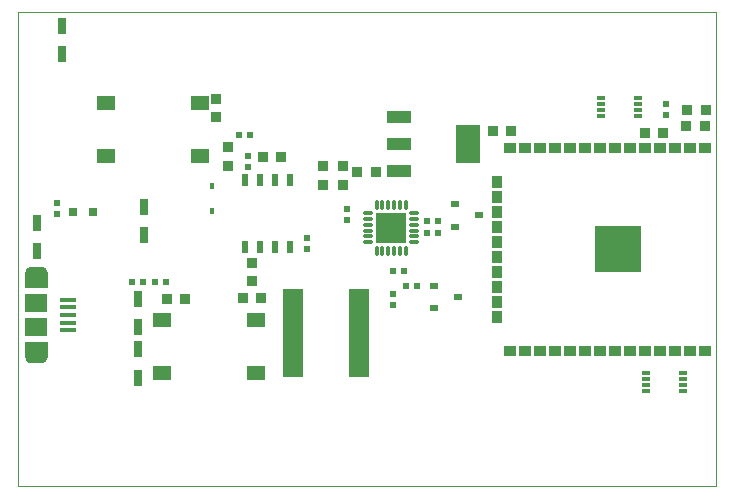
<source format=gtp>
G04*
G04 #@! TF.GenerationSoftware,Altium Limited,Altium Designer,18.1.6 (161)*
G04*
G04 Layer_Color=8421504*
%FSAX44Y44*%
%MOMM*%
G71*
G01*
G75*
%ADD11C,0.1000*%
%ADD17R,1.3500X0.4000*%
%ADD18R,1.9000X1.5000*%
%ADD19R,1.5500X1.3000*%
%ADD20R,1.0000X0.9500*%
%ADD21R,0.9500X1.0000*%
%ADD22R,4.0000X4.0000*%
%ADD23R,0.8000X0.3000*%
%ADD24R,2.5500X2.5500*%
%ADD25O,0.8500X0.3000*%
%ADD26O,0.3000X0.8500*%
%ADD27R,0.6500X1.3500*%
%ADD28R,0.5500X1.0000*%
%ADD29R,2.1500X3.2500*%
%ADD30R,2.1500X1.0000*%
%ADD31R,0.5500X0.5500*%
%ADD32R,0.5500X0.5500*%
%ADD33R,0.8000X0.6000*%
%ADD34R,1.8000X7.5000*%
%ADD35R,0.4500X0.5900*%
%ADD36R,0.8000X0.8000*%
%ADD37R,0.8500X0.8500*%
%ADD38R,0.8500X0.8500*%
%ADD39C,0.5000*%
G36*
X00025000Y00108385D02*
X00006000D01*
Y00121385D01*
X00025000D01*
Y00108385D01*
D02*
G37*
G36*
X00020000Y00103385D02*
X00011000Y00103385D01*
Y00108385D01*
X00020000D01*
Y00103385D01*
D02*
G37*
G36*
X00020000Y00180385D02*
X00011000D01*
Y00185385D01*
X00020000Y00185385D01*
Y00180385D01*
D02*
G37*
G36*
X00025000Y00167385D02*
X00006000D01*
Y00180385D01*
X00025000D01*
Y00167385D01*
D02*
G37*
D11*
X00000000Y00000000D02*
Y00400800D01*
X00590568D01*
X00590568Y00400800D01*
Y00000000D02*
Y00400800D01*
X00000000Y00000000D02*
X00590568D01*
D17*
X00042500Y00157385D02*
D03*
Y00150885D02*
D03*
Y00144385D02*
D03*
Y00137885D02*
D03*
Y00131385D02*
D03*
D18*
X00015500Y00154385D02*
D03*
Y00134385D02*
D03*
D19*
X00153742Y00278887D02*
D03*
Y00323887D02*
D03*
X00074242Y00278887D02*
D03*
Y00323887D02*
D03*
X00122242Y00140565D02*
D03*
Y00095565D02*
D03*
X00201742Y00140565D02*
D03*
Y00095565D02*
D03*
D20*
X00581418Y00285750D02*
D03*
X00568718D02*
D03*
X00556018D02*
D03*
X00543318D02*
D03*
X00530618D02*
D03*
X00517918D02*
D03*
X00505218D02*
D03*
X00492518D02*
D03*
X00479818D02*
D03*
X00467118D02*
D03*
X00454418D02*
D03*
X00441718D02*
D03*
X00429018D02*
D03*
X00416318D02*
D03*
Y00114250D02*
D03*
X00429018D02*
D03*
X00441718D02*
D03*
X00454418D02*
D03*
X00467118D02*
D03*
X00479818D02*
D03*
X00492518D02*
D03*
X00505218D02*
D03*
X00517918D02*
D03*
X00530618D02*
D03*
X00543318D02*
D03*
X00556018D02*
D03*
X00568718D02*
D03*
X00581418D02*
D03*
D21*
X00405818Y00257150D02*
D03*
Y00244450D02*
D03*
Y00231750D02*
D03*
Y00219050D02*
D03*
Y00206350D02*
D03*
Y00193650D02*
D03*
Y00180950D02*
D03*
Y00168250D02*
D03*
Y00155550D02*
D03*
Y00142850D02*
D03*
D22*
X00507568Y00200000D02*
D03*
D23*
X00562568Y00080000D02*
D03*
Y00085000D02*
D03*
Y00090000D02*
D03*
Y00095000D02*
D03*
X00531568Y00080000D02*
D03*
Y00085000D02*
D03*
Y00090000D02*
D03*
Y00095000D02*
D03*
X00524500Y00313040D02*
D03*
Y00318040D02*
D03*
Y00323040D02*
D03*
Y00328040D02*
D03*
X00493500Y00313040D02*
D03*
Y00318040D02*
D03*
Y00323040D02*
D03*
Y00328040D02*
D03*
D24*
X00316000Y00218417D02*
D03*
D25*
X00335500Y00230917D02*
D03*
Y00225917D02*
D03*
Y00220917D02*
D03*
Y00215917D02*
D03*
Y00210917D02*
D03*
Y00205917D02*
D03*
X00296500D02*
D03*
Y00210917D02*
D03*
Y00215917D02*
D03*
Y00220917D02*
D03*
Y00225917D02*
D03*
Y00230917D02*
D03*
D26*
X00328500Y00198917D02*
D03*
X00323500D02*
D03*
X00318500D02*
D03*
X00313500D02*
D03*
X00308500D02*
D03*
X00303500D02*
D03*
Y00237917D02*
D03*
X00308500D02*
D03*
X00313500D02*
D03*
X00318500D02*
D03*
X00323500D02*
D03*
X00328500D02*
D03*
D27*
X00037310Y00389000D02*
D03*
Y00365000D02*
D03*
X00106568Y00211715D02*
D03*
Y00235714D02*
D03*
X00101260Y00091470D02*
D03*
Y00115470D02*
D03*
Y00133999D02*
D03*
Y00157999D02*
D03*
X00016300Y00198424D02*
D03*
Y00222425D02*
D03*
D28*
X00192518Y00201914D02*
D03*
X00205218D02*
D03*
X00217918D02*
D03*
X00230618D02*
D03*
X00192518Y00258414D02*
D03*
X00205218D02*
D03*
X00217918D02*
D03*
X00230618D02*
D03*
D29*
X00380818Y00289040D02*
D03*
D30*
X00322318Y00266040D02*
D03*
Y00289040D02*
D03*
Y00312040D02*
D03*
D31*
X00125060Y00172620D02*
D03*
X00115560D02*
D03*
X00096510D02*
D03*
X00106010D02*
D03*
X00327068Y00182000D02*
D03*
X00317568D02*
D03*
X00328362Y00169065D02*
D03*
X00337862D02*
D03*
X00355772Y00223715D02*
D03*
X00346272D02*
D03*
X00355772Y00213555D02*
D03*
X00346272D02*
D03*
X00196548Y00296565D02*
D03*
X00187048D02*
D03*
D32*
X00278568Y00234055D02*
D03*
Y00224555D02*
D03*
X00317543Y00162435D02*
D03*
Y00152935D02*
D03*
X00548348Y00313660D02*
D03*
Y00323160D02*
D03*
X00244568Y00200413D02*
D03*
Y00209914D02*
D03*
X00194798Y00269633D02*
D03*
Y00279133D02*
D03*
X00032810Y00229805D02*
D03*
Y00239305D02*
D03*
D33*
X00390478Y00228700D02*
D03*
X00370278Y00219200D02*
D03*
Y00238200D02*
D03*
X00351893Y00169065D02*
D03*
Y00150065D02*
D03*
X00372092Y00159565D02*
D03*
D34*
X00233000Y00129000D02*
D03*
X00289000D02*
D03*
D35*
X00163992Y00232797D02*
D03*
Y00253897D02*
D03*
D36*
X00063250Y00231805D02*
D03*
X00046750D02*
D03*
D37*
X00566543Y00317580D02*
D03*
X00582043D02*
D03*
X00565818Y00304088D02*
D03*
X00581318D02*
D03*
X00141318Y00158000D02*
D03*
X00125818D02*
D03*
X00546208Y00298630D02*
D03*
X00530708D02*
D03*
X00205798Y00158565D02*
D03*
X00190298D02*
D03*
X00207048Y00278565D02*
D03*
X00222548D02*
D03*
X00402238Y00300470D02*
D03*
X00417738D02*
D03*
X00302668Y00265330D02*
D03*
X00287168D02*
D03*
D38*
X00258268Y00254727D02*
D03*
Y00270226D02*
D03*
X00274778Y00254727D02*
D03*
Y00270226D02*
D03*
X00167992Y00327136D02*
D03*
Y00311637D02*
D03*
X00177798Y00270815D02*
D03*
Y00286315D02*
D03*
X00197798Y00188315D02*
D03*
Y00172815D02*
D03*
D39*
X00013500Y00180385D02*
G03*
X00013500Y00180385I-00002500J00000000D01*
G01*
X00022500D02*
G03*
X00022500Y00180385I-00002500J00000000D01*
G01*
X00022500Y00108385D02*
G03*
X00022500Y00108385I-00002500J00000000D01*
G01*
X00013500D02*
G03*
X00013500Y00108385I-00002500J00000000D01*
G01*
M02*

</source>
